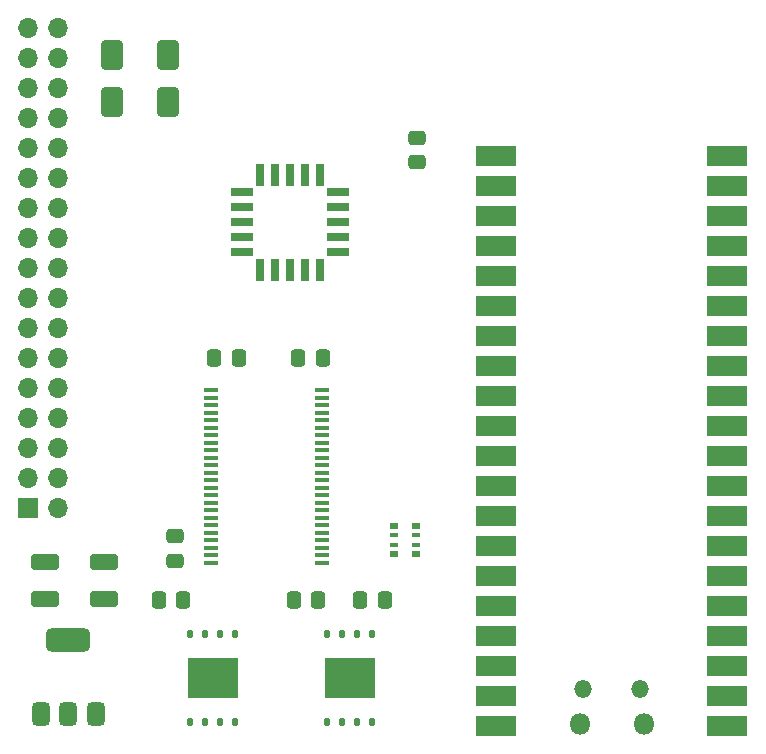
<source format=gts>
G04 #@! TF.GenerationSoftware,KiCad,Pcbnew,8.0.9*
G04 #@! TF.CreationDate,2025-05-10T12:34:34+01:00*
G04 #@! TF.ProjectId,megaflash,6d656761-666c-4617-9368-2e6b69636164,rev?*
G04 #@! TF.SameCoordinates,Original*
G04 #@! TF.FileFunction,Soldermask,Top*
G04 #@! TF.FilePolarity,Negative*
%FSLAX46Y46*%
G04 Gerber Fmt 4.6, Leading zero omitted, Abs format (unit mm)*
G04 Created by KiCad (PCBNEW 8.0.9) date 2025-05-10 12:34:34*
%MOMM*%
%LPD*%
G01*
G04 APERTURE LIST*
G04 Aperture macros list*
%AMRoundRect*
0 Rectangle with rounded corners*
0 $1 Rounding radius*
0 $2 $3 $4 $5 $6 $7 $8 $9 X,Y pos of 4 corners*
0 Add a 4 corners polygon primitive as box body*
4,1,4,$2,$3,$4,$5,$6,$7,$8,$9,$2,$3,0*
0 Add four circle primitives for the rounded corners*
1,1,$1+$1,$2,$3*
1,1,$1+$1,$4,$5*
1,1,$1+$1,$6,$7*
1,1,$1+$1,$8,$9*
0 Add four rect primitives between the rounded corners*
20,1,$1+$1,$2,$3,$4,$5,0*
20,1,$1+$1,$4,$5,$6,$7,0*
20,1,$1+$1,$6,$7,$8,$9,0*
20,1,$1+$1,$8,$9,$2,$3,0*%
G04 Aperture macros list end*
%ADD10O,1.800000X1.800000*%
%ADD11O,1.500000X1.500000*%
%ADD12R,3.500000X1.700000*%
%ADD13R,1.200000X0.400000*%
%ADD14RoundRect,0.250000X0.337500X0.475000X-0.337500X0.475000X-0.337500X-0.475000X0.337500X-0.475000X0*%
%ADD15RoundRect,0.125000X0.125000X-0.200000X0.125000X0.200000X-0.125000X0.200000X-0.125000X-0.200000X0*%
%ADD16R,4.300000X3.400000*%
%ADD17RoundRect,0.250000X0.925000X-0.412500X0.925000X0.412500X-0.925000X0.412500X-0.925000X-0.412500X0*%
%ADD18R,1.700000X1.700000*%
%ADD19O,1.700000X1.700000*%
%ADD20RoundRect,0.375000X0.375000X-0.625000X0.375000X0.625000X-0.375000X0.625000X-0.375000X-0.625000X0*%
%ADD21RoundRect,0.500000X1.400000X-0.500000X1.400000X0.500000X-1.400000X0.500000X-1.400000X-0.500000X0*%
%ADD22R,0.700000X1.925000*%
%ADD23R,1.925000X0.700000*%
%ADD24RoundRect,0.250000X-0.337500X-0.475000X0.337500X-0.475000X0.337500X0.475000X-0.337500X0.475000X0*%
%ADD25RoundRect,0.250000X-0.475000X0.337500X-0.475000X-0.337500X0.475000X-0.337500X0.475000X0.337500X0*%
%ADD26RoundRect,0.250000X-0.650000X1.000000X-0.650000X-1.000000X0.650000X-1.000000X0.650000X1.000000X0*%
%ADD27R,0.800000X0.500000*%
%ADD28R,0.800000X0.400000*%
G04 APERTURE END LIST*
D10*
X123725000Y-112000000D03*
D11*
X123425000Y-108970000D03*
X118575000Y-108970000D03*
D10*
X118275000Y-112000000D03*
D12*
X130790000Y-112130000D03*
X130790000Y-109590000D03*
X130790000Y-107050000D03*
X130790000Y-104510000D03*
X130790000Y-101970000D03*
X130790000Y-99430000D03*
X130790000Y-96890000D03*
X130790000Y-94350000D03*
X130790000Y-91810000D03*
X130790000Y-89270000D03*
X130790000Y-86730000D03*
X130790000Y-84190000D03*
X130790000Y-81650000D03*
X130790000Y-79110000D03*
X130790000Y-76570000D03*
X130790000Y-74030000D03*
X130790000Y-71490000D03*
X130790000Y-68950000D03*
X130790000Y-66410000D03*
X130790000Y-63870000D03*
X111210000Y-63870000D03*
X111210000Y-66410000D03*
X111210000Y-68950000D03*
X111210000Y-71490000D03*
X111210000Y-74030000D03*
X111210000Y-76570000D03*
X111210000Y-79110000D03*
X111210000Y-81650000D03*
X111210000Y-84190000D03*
X111210000Y-86730000D03*
X111210000Y-89270000D03*
X111210000Y-91810000D03*
X111210000Y-94350000D03*
X111210000Y-96890000D03*
X111210000Y-99430000D03*
X111210000Y-101970000D03*
X111210000Y-104510000D03*
X111210000Y-107050000D03*
X111210000Y-109590000D03*
X111210000Y-112130000D03*
D13*
X96500000Y-98302500D03*
X96500000Y-97667500D03*
X96500000Y-97032500D03*
X96500000Y-96397500D03*
X96500000Y-95762500D03*
X96500000Y-95127500D03*
X96500000Y-94492500D03*
X96500000Y-93857500D03*
X96500000Y-93222500D03*
X96500000Y-92587500D03*
X96500000Y-91952500D03*
X96500000Y-91317500D03*
X96500000Y-90682500D03*
X96500000Y-90047500D03*
X96500000Y-89412500D03*
X96500000Y-88777500D03*
X96500000Y-88142500D03*
X96500000Y-87507500D03*
X96500000Y-86872500D03*
X96500000Y-86237500D03*
X96500000Y-85602500D03*
X96500000Y-84967500D03*
X96500000Y-84332500D03*
X96500000Y-83697500D03*
X87100000Y-83697500D03*
X87100000Y-84332500D03*
X87100000Y-84967500D03*
X87100000Y-85602500D03*
X87100000Y-86237500D03*
X87100000Y-86872500D03*
X87100000Y-87507500D03*
X87100000Y-88142500D03*
X87100000Y-88777500D03*
X87100000Y-89412500D03*
X87100000Y-90047500D03*
X87100000Y-90682500D03*
X87100000Y-91317500D03*
X87100000Y-91952500D03*
X87100000Y-92587500D03*
X87100000Y-93222500D03*
X87100000Y-93857500D03*
X87100000Y-94492500D03*
X87100000Y-95127500D03*
X87100000Y-95762500D03*
X87100000Y-96397500D03*
X87100000Y-97032500D03*
X87100000Y-97667500D03*
X87100000Y-98302500D03*
D14*
X96137500Y-101500000D03*
X94062500Y-101500000D03*
D15*
X96895000Y-111800000D03*
X98165000Y-111800000D03*
X99435000Y-111800000D03*
X100705000Y-111800000D03*
X100705000Y-104300000D03*
X99435000Y-104300000D03*
X98165000Y-104300000D03*
X96895000Y-104300000D03*
D16*
X98800000Y-108050000D03*
D17*
X73000000Y-101337500D03*
X73000000Y-98262500D03*
D14*
X101775000Y-101500000D03*
X99700000Y-101500000D03*
D18*
X71600000Y-93660000D03*
D19*
X74140000Y-93660000D03*
X71600000Y-91120000D03*
X74140000Y-91120000D03*
X71600000Y-88580000D03*
X74140000Y-88580000D03*
X71600000Y-86040000D03*
X74140000Y-86040000D03*
X71600000Y-83500000D03*
X74140000Y-83500000D03*
X71600000Y-80960000D03*
X74140000Y-80960000D03*
X71600000Y-78420000D03*
X74140000Y-78420000D03*
X71600000Y-75880000D03*
X74140000Y-75880000D03*
X71600000Y-73340000D03*
X74140000Y-73340000D03*
X71600000Y-70800000D03*
X74140000Y-70800000D03*
X71600000Y-68260000D03*
X74140000Y-68260000D03*
X71600000Y-65720000D03*
X74140000Y-65720000D03*
X71600000Y-63180000D03*
X74140000Y-63180000D03*
X71600000Y-60640000D03*
X74140000Y-60640000D03*
X71600000Y-58100000D03*
X74140000Y-58100000D03*
X71600000Y-55560000D03*
X74140000Y-55560000D03*
X71600000Y-53020000D03*
X74140000Y-53020000D03*
D20*
X72700000Y-111150000D03*
X75000000Y-111150000D03*
D21*
X75000000Y-104850000D03*
D20*
X77300000Y-111150000D03*
D14*
X84737500Y-101500000D03*
X82662500Y-101500000D03*
D22*
X93750000Y-65447500D03*
X92480000Y-65447500D03*
X91210000Y-65447500D03*
D23*
X89697500Y-66960000D03*
X89697500Y-68230000D03*
X89697500Y-69500000D03*
X89697500Y-70770000D03*
X89697500Y-72040000D03*
D22*
X91210000Y-73552500D03*
X92480000Y-73552500D03*
X93750000Y-73552500D03*
X95020000Y-73552500D03*
X96290000Y-73552500D03*
D23*
X97802500Y-72040000D03*
X97802500Y-70770000D03*
X97802500Y-69500000D03*
X97802500Y-68230000D03*
X97802500Y-66960000D03*
D22*
X96290000Y-65447500D03*
X95020000Y-65447500D03*
D24*
X94462500Y-81000000D03*
X96537500Y-81000000D03*
D25*
X84000000Y-96062500D03*
X84000000Y-98137500D03*
D26*
X78700000Y-55300000D03*
X78700000Y-59300000D03*
D25*
X104500000Y-62325000D03*
X104500000Y-64400000D03*
D17*
X78000000Y-101337500D03*
X78000000Y-98262500D03*
D27*
X102600000Y-95200000D03*
D28*
X102600000Y-96000000D03*
X102600000Y-96800000D03*
D27*
X102600000Y-97600000D03*
X104400000Y-97600000D03*
D28*
X104400000Y-96800000D03*
X104400000Y-96000000D03*
D27*
X104400000Y-95200000D03*
D15*
X85295000Y-111800000D03*
X86565000Y-111800000D03*
X87835000Y-111800000D03*
X89105000Y-111800000D03*
X89105000Y-104300000D03*
X87835000Y-104300000D03*
X86565000Y-104300000D03*
X85295000Y-104300000D03*
D16*
X87200000Y-108050000D03*
D24*
X87362500Y-81000000D03*
X89437500Y-81000000D03*
D26*
X83400000Y-55300000D03*
X83400000Y-59300000D03*
M02*

</source>
